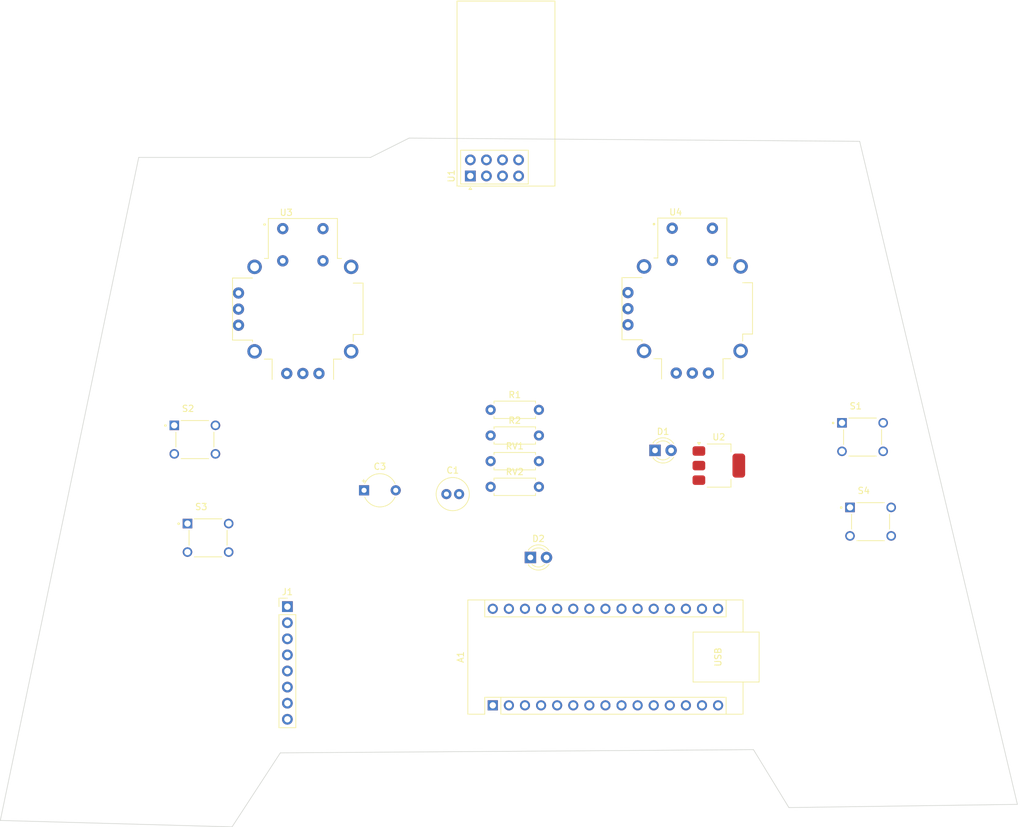
<source format=kicad_pcb>
(kicad_pcb (version 20240108) (generator "pcbnew") (generator_version "8.0")
  (layers (0 "F.Cu" signal) (31 "B.Cu" signal) (34 "B.Paste" user) (35 "F.Paste" user) (36 "B.SilkS" user "B.Silkscreen") (37 "F.SilkS" user "F.Silkscreen") (38 "B.Mask" user) (39 "F.Mask" user) (44 "Edge.Cuts" user))
  (net 0 "")
  (net 1 "/PB_1")
  (net 4 "/PB_4")
  (net 5 "/PB_2")
  (net 6 "/SCL")
  (net 7 "/POT_2")
  (net 8 "/IRQ")
  (net 9 "/POT_1")
  (net 10 "/H2")
  (net 11 "/SDA")
  (net 12 "/CE")
  (net 13 "GND")
  (net 14 "/JOY_SEL_2")
  (net 17 "+5V")
  (net 18 "/SCK")
  (net 19 "/V2")
  (net 21 "+7.4V")
  (net 22 "/PB_3")
  (net 23 "/MOSI")
  (net 24 "/H1")
  (net 26 "/JOY_SEL_1")
  (net 27 "/MISO")
  (net 28 "/CSN")
  (net 29 "/V1")
  (net 30 "+3V_REGULATOR")
  (net 31 "Net-(D1-A)")
  (net 32 "Net-(D2-A)")
  (footprint "COM_09032:XDCR_COM-09032" (layer "F.Cu") (at 146.812 72.136)
    (property "Reference" "U4" (at -2.625 -15.235 0) (layer "F.SilkS"))
    (property "Value" "COM-09032")
    (fp_line (start -11.1 -4.9) (end -7.95 -4.9) (stroke (width 0.127)) (layer "F.SilkS"))
    (fp_line (start -11.1 4.9) (end -11.1 -4.9) (stroke (width 0.127)) (layer "F.SilkS"))
    (fp_line (start -7.95 4.9) (end -11.1 4.9) (stroke (width 0.127)) (layer "F.SilkS"))
    (fp_line (start -7.95 5.17) (end -7.95 4.9) (stroke (width 0.127)) (layer "F.SilkS"))
    (fp_line (start -6.07 -8) (end -5.45 -8) (stroke (width 0.127)) (layer "F.SilkS"))
    (fp_line (start -5.45 -14.3) (end 5.45 -14.3) (stroke (width 0.127)) (layer "F.SilkS"))
    (fp_line (start -5.45 -8) (end -5.45 -14.3) (stroke (width 0.127)) (layer "F.SilkS"))
    (fp_line (start -4.85 7.9) (end -6.07 7.9) (stroke (width 0.127)) (layer "F.SilkS"))
    (fp_line (start -4.85 11.1) (end -4.85 7.9) (stroke (width 0.127)) (layer "F.SilkS"))
    (fp_line (start 4.85 7.9) (end 4.85 11.1) (stroke (width 0.127)) (layer "F.SilkS"))
    (fp_line (start 5.45 -14.3) (end 5.45 -8) (stroke (width 0.127)) (layer "F.SilkS"))
    (fp_line (start 5.45 -8) (end 6.08 -8) (stroke (width 0.127)) (layer "F.SilkS"))
    (fp_line (start 6.08 7.9) (end 4.85 7.9) (stroke (width 0.127)) (layer "F.SilkS"))
    (fp_line (start 7.95 -4.1) (end 9.5 -4.1) (stroke (width 0.127)) (layer "F.SilkS"))
    (fp_line (start 7.95 4) (end 7.95 5.12) (stroke (width 0.127)) (layer "F.SilkS"))
    (fp_line (start 9.5 -4.1) (end 9.5 4) (stroke (width 0.127)) (layer "F.SilkS"))
    (fp_line (start 9.5 4) (end 7.95 4) (stroke (width 0.127)) (layer "F.SilkS"))
    (fp_circle (center -6.05 -13.35) (end -5.95 -13.35) (stroke (width 0.2)) (fill none) (layer "F.SilkS"))
    (pad "B1A" thru_hole circle (at -3.175 -12.7) (size 1.778 1.778) (drill 0.9) (layers "*.Cu" "*.Mask") (net 14 "/JOY_SEL_2"))
    (pad "B1B" thru_hole circle (at 3.175 -12.7) (size 1.778 1.778) (drill 0.9) (layers "*.Cu" "*.Mask"))
    (pad "B2A" thru_hole circle (at -3.175 -7.62) (size 1.778 1.778) (drill 0.9) (layers "*.Cu" "*.Mask") (net 17 "+5V"))
    (pad "B2B" thru_hole circle (at 3.175 -7.62) (size 1.778 1.778) (drill 0.9) (layers "*.Cu" "*.Mask"))
    (pad "H1" thru_hole circle (at -2.54 10.16) (size 1.778 1.778) (drill 0.889) (layers "*.Cu" "*.Mask") (net 17 "+5V"))
    (pad "H2" thru_hole circle (at 0 10.16) (size 1.778 1.778) (drill 0.889) (layers "*.Cu" "*.Mask") (net 10 "/H2"))
    (pad "H3" thru_hole circle (at 2.54 10.16) (size 1.778 1.778) (drill 0.889) (layers "*.Cu" "*.Mask") (net 13 "GND"))
    (pad "S1" thru_hole circle (at -7.62 -6.6675) (size 2.286 2.286) (drill 1.397) (layers "*.Cu" "*.Mask"))
    (pad "S2" thru_hole circle (at -7.62 6.6675) (size 2.286 2.286) (drill 1.397) (layers "*.Cu" "*.Mask"))
    (pad "S3" thru_hole circle (at 7.62 6.6675) (size 2.286 2.286) (drill 1.397) (layers "*.Cu" "*.Mask"))
    (pad "S4" thru_hole circle (at 7.62 -6.6675) (size 2.286 2.286) (drill 1.397) (layers "*.Cu" "*.Mask"))
    (pad "V1" thru_hole circle (at -10.16 -2.54) (size 1.778 1.778) (drill 0.889) (layers "*.Cu" "*.Mask") (net 17 "+5V"))
    (pad "V2" thru_hole circle (at -10.16 0) (size 1.778 1.778) (drill 0.889) (layers "*.Cu" "*.Mask") (net 19 "/V2"))
    (pad "V3" thru_hole circle (at -10.16 2.54) (size 1.778 1.778) (drill 0.889) (layers "*.Cu" "*.Mask") (net 13 "GND"))
  )
  (footprint "TS02-66-60-BK-160-SCR-D:SW_TS02-66-60-BK-160-SCR-D" (layer "F.Cu") (at 68.3 92.8)
    (property "Reference" "S2" (at -1.079 -4.889 0) (layer "F.SilkS"))
    (property "Value" "TS02-66-60-BK-160-SCR-D")
    (fp_line (start -3 -1.176) (end -3 1.176) (stroke (width 0.127)) (layer "F.SilkS"))
    (fp_line (start -2.176 -3) (end 2.176 -3) (stroke (width 0.127)) (layer "F.SilkS"))
    (fp_line (start -2.176 3) (end 2.176 3) (stroke (width 0.127)) (layer "F.SilkS"))
    (fp_line (start 3 -1.176) (end 3 1.176) (stroke (width 0.127)) (layer "F.SilkS"))
    (fp_circle (center -4.647 -2.226) (end -4.547 -2.226) (stroke (width 0.2)) (fill none) (layer "F.SilkS"))
    (pad "1" thru_hole rect (at -3.25 -2.25) (size 1.508 1.508) (drill 1) (layers "*.Cu" "*.Mask") (net 13 "GND"))
    (pad "2" thru_hole circle (at 3.25 -2.25) (size 1.508 1.508) (drill 1) (layers "*.Cu" "*.Mask") (net 5 "/PB_2"))
    (pad "3" thru_hole circle (at -3.25 2.25) (size 1.508 1.508) (drill 1) (layers "*.Cu" "*.Mask") (net 13 "GND"))
    (pad "4" thru_hole circle (at 3.25 2.25) (size 1.508 1.508) (drill 1) (layers "*.Cu" "*.Mask"))
  )
  (footprint "RF_Module:nRF24L01_Breakout" (layer "F.Cu") (at 111.775 51.1895 90)
    (property "Reference" "U1" (at 0 -3 90) (layer "F.SilkS"))
    (property "Value" "NRF24L01_Breakout")
    (fp_line (start 27.6 -2.1) (end 27.6 13.35) (stroke (width 0.12)) (layer "F.SilkS"))
    (fp_line (start -1.6 -2.1) (end 27.6 -2.1) (stroke (width 0.12)) (layer "F.SilkS"))
    (fp_line (start -1.6 -2.1) (end -1.6 -2.1) (stroke (width 0.12)) (layer "F.SilkS"))
    (fp_line (start 4.064 -1.524) (end 4.064 9.144) (stroke (width 0.12)) (layer "F.SilkS"))
    (fp_line (start -1.27 -1.524) (end 4.064 -1.524) (stroke (width 0.12)) (layer "F.SilkS"))
    (fp_line (start -1.27 -1.524) (end -1.27 -1.524) (stroke (width 0.12)) (layer "F.SilkS"))
    (fp_line (start 4.064 9.144) (end -1.27 9.144) (stroke (width 0.12)) (layer "F.SilkS"))
    (fp_line (start -1.27 9.144) (end -1.27 -1.524) (stroke (width 0.12)) (layer "F.SilkS"))
    (fp_line (start -1.27 9.144) (end -1.27 9.144) (stroke (width 0.12)) (layer "F.SilkS"))
    (fp_line (start 27.6 13.35) (end -1.6 13.35) (stroke (width 0.12)) (layer "F.SilkS"))
    (fp_line (start -1.6 13.35) (end -1.6 -2.1) (stroke (width 0.12)) (layer "F.SilkS"))
    (fp_poly (pts (xy -1.8 0) (xy -2.136 0.24) (xy -2.136 -0.24) (xy -1.8 0)) (stroke (width 0.12)) (fill solid) (layer "F.SilkS"))
    (pad "1" thru_hole rect (at 0 0 90) (size 1.7 1.7) (drill 1) (layers "*.Cu" "*.Mask") (net 13 "GND"))
    (pad "2" thru_hole circle (at 2.54 0 90) (size 1.7 1.7) (drill 1) (layers "*.Cu" "*.Mask") (net 30 "+3V_REGULATOR"))
    (pad "3" thru_hole circle (at 0 2.54 90) (size 1.7 1.7) (drill 1) (layers "*.Cu" "*.Mask") (net 12 "/CE"))
    (pad "4" thru_hole circle (at 2.54 2.54 90) (size 1.7 1.7) (drill 1) (layers "*.Cu" "*.Mask") (net 28 "/CSN"))
    (pad "5" thru_hole circle (at 0 5.08 90) (size 1.7 1.7) (drill 1) (layers "*.Cu" "*.Mask") (net 18 "/SCK"))
    (pad "6" thru_hole circle (at 2.54 5.08 90) (size 1.7 1.7) (drill 1) (layers "*.Cu" "*.Mask") (net 23 "/MOSI"))
    (pad "7" thru_hole circle (at 0 7.62 90) (size 1.7 1.7) (drill 1) (layers "*.Cu" "*.Mask") (net 27 "/MISO"))
    (pad "8" thru_hole circle (at 2.54 7.62 90) (size 1.7 1.7) (drill 1) (layers "*.Cu" "*.Mask") (net 8 "/IRQ"))
  )
  (footprint "Capacitor_THT:C_Radial_D5.0mm_H11.0mm_P2.00mm" (layer "F.Cu") (at 108 101.4)
    (property "Reference" "C1" (at 1 -3.75 0) (layer "F.SilkS"))
    (property "Value" "10uF")
    (fp_circle (center 1 0) (end 3.62 0) (stroke (width 0.12)) (fill none) (layer "F.SilkS"))
    (pad "1" thru_hole circle (at 0 0) (size 1.6 1.6) (drill 0.8) (layers "*.Cu" "*.Mask") (net 30 "+3V_REGULATOR"))
    (pad "2" thru_hole circle (at 2 0) (size 1.6 1.6) (drill 0.8) (layers "*.Cu" "*.Mask") (net 13 "GND"))
  )
  (footprint "TS02-66-60-BK-160-SCR-D:SW_TS02-66-60-BK-160-SCR-D" (layer "F.Cu") (at 70.384 108.3)
    (property "Reference" "S3" (at -1.079 -4.889 0) (layer "F.SilkS"))
    (property "Value" "TS02-66-60-BK-160-SCR-D")
    (fp_line (start -3 -1.176) (end -3 1.176) (stroke (width 0.127)) (layer "F.SilkS"))
    (fp_line (start -2.176 -3) (end 2.176 -3) (stroke (width 0.127)) (layer "F.SilkS"))
    (fp_line (start -2.176 3) (end 2.176 3) (stroke (width 0.127)) (layer "F.SilkS"))
    (fp_line (start 3 -1.176) (end 3 1.176) (stroke (width 0.127)) (layer "F.SilkS"))
    (fp_circle (center -4.647 -2.226) (end -4.547 -2.226) (stroke (width 0.2)) (fill none) (layer "F.SilkS"))
    (pad "1" thru_hole rect (at -3.25 -2.25) (size 1.508 1.508) (drill 1) (layers "*.Cu" "*.Mask") (net 13 "GND"))
    (pad "2" thru_hole circle (at 3.25 -2.25) (size 1.508 1.508) (drill 1) (layers "*.Cu" "*.Mask") (net 22 "/PB_3"))
    (pad "3" thru_hole circle (at -3.25 2.25) (size 1.508 1.508) (drill 1) (layers "*.Cu" "*.Mask") (net 13 "GND"))
    (pad "4" thru_hole circle (at 3.25 2.25) (size 1.508 1.508) (drill 1) (layers "*.Cu" "*.Mask"))
  )
  (footprint "Resistor_THT:R_Axial_DIN0207_L6.3mm_D2.5mm_P7.62mm_Horizontal" (layer "F.Cu") (at 114.98 96.2)
    (property "Reference" "RV1" (at 3.81 -2.37 0) (layer "F.SilkS"))
    (property "Value" "10K")
    (fp_line (start 0.54 -1.37) (end 7.08 -1.37) (stroke (width 0.12)) (layer "F.SilkS"))
    (fp_line (start 0.54 -1.04) (end 0.54 -1.37) (stroke (width 0.12)) (layer "F.SilkS"))
    (fp_line (start 0.54 1.04) (end 0.54 1.37) (stroke (width 0.12)) (layer "F.SilkS"))
    (fp_line (start 0.54 1.37) (end 7.08 1.37) (stroke (width 0.12)) (layer "F.SilkS"))
    (fp_line (start 7.08 -1.37) (end 7.08 -1.04) (stroke (width 0.12)) (layer "F.SilkS"))
    (fp_line (start 7.08 1.37) (end 7.08 1.04) (stroke (width 0.12)) (layer "F.SilkS"))
    (pad "1" thru_hole circle (at 0 0) (size 1.6 1.6) (drill 0.8) (layers "*.Cu" "*.Mask") (net 17 "+5V"))
    (pad "2" thru_hole oval (at 7.62 0) (size 1.6 1.6) (drill 0.8) (layers "*.Cu" "*.Mask") (net 9 "/POT_1"))
  )
  (footprint "TS02-66-60-BK-160-SCR-D:SW_TS02-66-60-BK-160-SCR-D" (layer "F.Cu") (at 174.95 105.75)
    (property "Reference" "S4" (at -1.079 -4.889 0) (layer "F.SilkS"))
    (property "Value" "TS02-66-60-BK-160-SCR-D")
    (fp_line (start -3 -1.176) (end -3 1.176) (stroke (width 0.127)) (layer "F.SilkS"))
    (fp_line (start -2.176 -3) (end 2.176 -3) (stroke (width 0.127)) (layer "F.SilkS"))
    (fp_line (start -2.176 3) (end 2.176 3) (stroke (width 0.127)) (layer "F.SilkS"))
    (fp_line (start 3 -1.176) (end 3 1.176) (stroke (width 0.127)) (layer "F.SilkS"))
    (fp_circle (center -4.647 -2.226) (end -4.547 -2.226) (stroke (width 0.2)) (fill none) (layer "F.SilkS"))
    (pad "1" thru_hole rect (at -3.25 -2.25) (size 1.508 1.508) (drill 1) (layers "*.Cu" "*.Mask") (net 13 "GND"))
    (pad "2" thru_hole circle (at 3.25 -2.25) (size 1.508 1.508) (drill 1) (layers "*.Cu" "*.Mask") (net 4 "/PB_4"))
    (pad "3" thru_hole circle (at -3.25 2.25) (size 1.508 1.508) (drill 1) (layers "*.Cu" "*.Mask") (net 13 "GND"))
    (pad "4" thru_hole circle (at 3.25 2.25) (size 1.508 1.508) (drill 1) (layers "*.Cu" "*.Mask"))
  )
  (footprint "Capacitor_THT:CP_Radial_Tantal_D5.0mm_P5.00mm" (layer "F.Cu") (at 95 100.8)
    (property "Reference" "C3" (at 2.5 -3.75 0) (layer "F.SilkS"))
    (property "Value" "22uF")
    (fp_line (start -0.304775 -1.475) (end 0.195225 -1.475) (stroke (width 0.12)) (layer "F.SilkS"))
    (fp_line (start -0.054775 -1.725) (end -0.054775 -1.225) (stroke (width 0.12)) (layer "F.SilkS"))
    (fp_arc (start 0.104003 -1.06) (mid 2.5 -2.62) (end 4.895997 -1.06) (stroke (width 0.12)) (layer "F.SilkS"))
    (fp_arc (start 4.895997 1.06) (mid 2.5 2.62) (end 0.104003 1.06) (stroke (width 0.12)) (layer "F.SilkS"))
    (pad "1" thru_hole rect (at 0 0) (size 1.6 1.6) (drill 0.8) (layers "*.Cu" "*.Mask") (net 30 "+3V_REGULATOR"))
    (pad "2" thru_hole circle (at 5 0) (size 1.6 1.6) (drill 0.8) (layers "*.Cu" "*.Mask") (net 13 "GND"))
  )
  (footprint "Connector_PinHeader_2.54mm:PinHeader_1x08_P2.54mm_Vertical" (layer "F.Cu") (at 82.9 119.16)
    (property "Reference" "J1" (at 0 -2.33 0) (layer "F.SilkS"))
    (property "Value" "MPU6050")
    (fp_line (start -1.33 -1.33) (end 0 -1.33) (stroke (width 0.12)) (layer "F.SilkS"))
    (fp_line (start -1.33 0) (end -1.33 -1.33) (stroke (width 0.12)) (layer "F.SilkS"))
    (fp_line (start -1.33 1.27) (end -1.33 19.11) (stroke (width 0.12)) (layer "F.SilkS"))
    (fp_line (start -1.33 1.27) (end 1.33 1.27) (stroke (width 0.12)) (layer "F.SilkS"))
    (fp_line (start -1.33 19.11) (end 1.33 19.11) (stroke (width 0.12)) (layer "F.SilkS"))
    (fp_line (start 1.33 1.27) (end 1.33 19.11) (stroke (width 0.12)) (layer "F.SilkS"))
    (pad "1" thru_hole rect (at 0 0) (size 1.7 1.7) (drill 1) (layers "*.Cu" "*.Mask") (net 17 "+5V"))
    (pad "2" thru_hole oval (at 0 2.54) (size 1.7 1.7) (drill 1) (layers "*.Cu" "*.Mask") (net 13 "GND"))
    (pad "3" thru_hole oval (at 0 5.08) (size 1.7 1.7) (drill 1) (layers "*.Cu" "*.Mask") (net 6 "/SCL"))
    (pad "4" thru_hole oval (at 0 7.62) (size 1.7 1.7) (drill 1) (layers "*.Cu" "*.Mask") (net 11 "/SDA"))
    (pad "5" thru_hole oval (at 0 10.16) (size 1.7 1.7) (drill 1) (layers "*.Cu" "*.Mask"))
    (pad "6" thru_hole oval (at 0 12.7) (size 1.7 1.7) (drill 1) (layers "*.Cu" "*.Mask"))
    (pad "7" thru_hole oval (at 0 15.24) (size 1.7 1.7) (drill 1) (layers "*.Cu" "*.Mask"))
    (pad "8" thru_hole oval (at 0 17.78) (size 1.7 1.7) (drill 1) (layers "*.Cu" "*.Mask"))
  )
  (footprint "Resistor_THT:R_Axial_DIN0207_L6.3mm_D2.5mm_P7.62mm_Horizontal" (layer "F.Cu") (at 114.98 88.1)
    (property "Reference" "R1" (at 3.81 -2.37 0) (layer "F.SilkS"))
    (property "Value" "130")
    (fp_line (start 0.54 -1.37) (end 7.08 -1.37) (stroke (width 0.12)) (layer "F.SilkS"))
    (fp_line (start 0.54 -1.04) (end 0.54 -1.37) (stroke (width 0.12)) (layer "F.SilkS"))
    (fp_line (start 0.54 1.04) (end 0.54 1.37) (stroke (width 0.12)) (layer "F.SilkS"))
    (fp_line (start 0.54 1.37) (end 7.08 1.37) (stroke (width 0.12)) (layer "F.SilkS"))
    (fp_line (start 7.08 -1.37) (end 7.08 -1.04) (stroke (width 0.12)) (layer "F.SilkS"))
    (fp_line (start 7.08 1.37) (end 7.08 1.04) (stroke (width 0.12)) (layer "F.SilkS"))
    (pad "1" thru_hole circle (at 0 0) (size 1.6 1.6) (drill 0.8) (layers "*.Cu" "*.Mask") (net 30 "+3V_REGULATOR"))
    (pad "2" thru_hole oval (at 7.62 0) (size 1.6 1.6) (drill 0.8) (layers "*.Cu" "*.Mask") (net 31 "Net-(D1-A)"))
  )
  (footprint "TS02-66-60-BK-160-SCR-D:SW_TS02-66-60-BK-160-SCR-D" (layer "F.Cu") (at 173.684 92.4)
    (property "Reference" "S1" (at -1.079 -4.889 0) (layer "F.SilkS"))
    (property "Value" "TS02-66-60-BK-160-SCR-D")
    (fp_line (start -3 -1.176) (end -3 1.176) (stroke (width 0.127)) (layer "F.SilkS"))
    (fp_line (start -2.176 -3) (end 2.176 -3) (stroke (width 0.127)) (layer "F.SilkS"))
    (fp_line (start -2.176 3) (end 2.176 3) (stroke (width 0.127)) (layer "F.SilkS"))
    (fp_line (start 3 -1.176) (end 3 1.176) (stroke (width 0.127)) (layer "F.SilkS"))
    (fp_circle (center -4.647 -2.226) (end -4.547 -2.226) (stroke (width 0.2)) (fill none) (layer "F.SilkS"))
    (pad "1" thru_hole rect (at -3.25 -2.25) (size 1.508 1.508) (drill 1) (layers "*.Cu" "*.Mask") (net 13 "GND"))
    (pad "2" thru_hole circle (at 3.25 -2.25) (size 1.508 1.508) (drill 1) (layers "*.Cu" "*.Mask") (net 1 "/PB_1"))
    (pad "3" thru_hole circle (at -3.25 2.25) (size 1.508 1.508) (drill 1) (layers "*.Cu" "*.Mask") (net 13 "GND"))
    (pad "4" thru_hole circle (at 3.25 2.25) (size 1.508 1.508) (drill 1) (layers "*.Cu" "*.Mask"))
  )
  (footprint "Resistor_THT:R_Axial_DIN0207_L6.3mm_D2.5mm_P7.62mm_Horizontal" (layer "F.Cu") (at 114.98 92.15)
    (property "Reference" "R2" (at 3.81 -2.37 0) (layer "F.SilkS"))
    (property "Value" "560")
    (fp_line (start 0.54 -1.37) (end 7.08 -1.37) (stroke (width 0.12)) (layer "F.SilkS"))
    (fp_line (start 0.54 -1.04) (end 0.54 -1.37) (stroke (width 0.12)) (layer "F.SilkS"))
    (fp_line (start 0.54 1.04) (end 0.54 1.37) (stroke (width 0.12)) (layer "F.SilkS"))
    (fp_line (start 0.54 1.37) (end 7.08 1.37) (stroke (width 0.12)) (layer "F.SilkS"))
    (fp_line (start 7.08 -1.37) (end 7.08 -1.04) (stroke (width 0.12)) (layer "F.SilkS"))
    (fp_line (start 7.08 1.37) (end 7.08 1.04) (stroke (width 0.12)) (layer "F.SilkS"))
    (pad "1" thru_hole circle (at 0 0) (size 1.6 1.6) (drill 0.8) (layers "*.Cu" "*.Mask") (net 21 "+7.4V"))
    (pad "2" thru_hole oval (at 7.62 0) (size 1.6 1.6) (drill 0.8) (layers "*.Cu" "*.Mask") (net 32 "Net-(D2-A)"))
  )
  (footprint "Package_TO_SOT_SMD:SOT-223-3_TabPin2" (layer "F.Cu") (at 151 96.9)
    (property "Reference" "U2" (at 0 -4.5 0) (layer "F.SilkS"))
    (property "Value" "AMS1117-3.3")
    (fp_line (start -1.85 -3.41) (end 1.91 -3.41) (stroke (width 0.12)) (layer "F.SilkS"))
    (fp_line (start -1.85 3.41) (end 1.91 3.41) (stroke (width 0.12)) (layer "F.SilkS"))
    (fp_line (start 1.91 -3.41) (end 1.91 -2.15) (stroke (width 0.12)) (layer "F.SilkS"))
    (fp_line (start 1.91 3.41) (end 1.91 2.15) (stroke (width 0.12)) (layer "F.SilkS"))
    (fp_poly (pts (xy -3.13 -3.31) (xy -3.37 -3.64) (xy -2.89 -3.64) (xy -3.13 -3.31)) (stroke (width 0.12)) (fill solid) (layer "F.SilkS"))
    (pad "1" smd roundrect (at -3.15 -2.3) (size 2 1.5) (layers "F.Cu" "F.Paste" "F.Mask") (net 13 "GND"))
    (pad "2" smd roundrect (at -3.15 0) (size 2 1.5) (layers "F.Cu" "F.Paste" "F.Mask") (net 30 "+3V_REGULATOR"))
    (pad "2" smd roundrect (at 3.15 0) (size 2 3.8) (layers "F.Cu" "F.Paste" "F.Mask") (net 30 "+3V_REGULATOR"))
    (pad "3" smd roundrect (at -3.15 2.3) (size 2 1.5) (layers "F.Cu" "F.Paste" "F.Mask") (net 21 "+7.4V"))
  )
  (footprint "COM_09032:XDCR_COM-09032" (layer "F.Cu") (at 85.344 72.2)
    (property "Reference" "U3" (at -2.625 -15.235 0) (layer "F.SilkS"))
    (property "Value" "COM-09032")
    (fp_line (start -11.1 -4.9) (end -7.95 -4.9) (stroke (width 0.127)) (layer "F.SilkS"))
    (fp_line (start -11.1 4.9) (end -11.1 -4.9) (stroke (width 0.127)) (layer "F.SilkS"))
    (fp_line (start -7.95 4.9) (end -11.1 4.9) (stroke (width 0.127)) (layer "F.SilkS"))
    (fp_line (start -7.95 5.17) (end -7.95 4.9) (stroke (width 0.127)) (layer "F.SilkS"))
    (fp_line (start -6.07 -8) (end -5.45 -8) (stroke (width 0.127)) (layer "F.SilkS"))
    (fp_line (start -5.45 -14.3) (end 5.45 -14.3) (stroke (width 0.127)) (layer "F.SilkS"))
    (fp_line (start -5.45 -8) (end -5.45 -14.3) (stroke (width 0.127)) (layer "F.SilkS"))
    (fp_line (start -4.85 7.9) (end -6.07 7.9) (stroke (width 0.127)) (layer "F.SilkS"))
    (fp_line (start -4.85 11.1) (end -4.85 7.9) (stroke (width 0.127)) (layer "F.SilkS"))
    (fp_line (start 4.85 7.9) (end 4.85 11.1) (stroke (width 0.127)) (layer "F.SilkS"))
    (fp_line (start 5.45 -14.3) (end 5.45 -8) (stroke (width 0.127)) (layer "F.SilkS"))
    (fp_line (start 5.45 -8) (end 6.08 -8) (stroke (width 0.127)) (layer "F.SilkS"))
    (fp_line (start 6.08 7.9) (end 4.85 7.9) (stroke (width 0.127)) (layer "F.SilkS"))
    (fp_line (start 7.95 -4.1) (end 9.5 -4.1) (stroke (width 0.127)) (layer "F.SilkS"))
    (fp_line (start 7.95 4) (end 7.95 5.12) (stroke (width 0.127)) (layer "F.SilkS"))
    (fp_line (start 9.5 -4.1) (end 9.5 4) (stroke (width 0.127)) (layer "F.SilkS"))
    (fp_line (start 9.5 4) (end 7.95 4) (stroke (width 0.127)) (layer "F.SilkS"))
    (fp_circle (center -6.05 -13.35) (end -5.95 -13.35) (stroke (width 0.2)) (fill none) (layer "F.SilkS"))
    (pad "B1A" thru_hole circle (at -3.175 -12.7) (size 1.778 1.778) (drill 0.9) (layers "*.Cu" "*.Mask") (net 26 "/JOY_SEL_1"))
    (pad "B1B" thru_hole circle (at 3.175 -12.7) (size 1.778 1.778) (drill 0.9) (layers "*.Cu" "*.Mask"))
    (pad "B2A" thru_hole circle (at -3.175 -7.62) (size 1.778 1.778) (drill 0.9) (layers "*.Cu" "*.Mask") (net 17 "+5V"))
    (pad "B2B" thru_hole circle (at 3.175 -7.62) (size 1.778 1.778) (drill 0.9) (layers "*.Cu" "*.Mask"))
    (pad "H1" thru_hole circle (at -2.54 10.16) (size 1.778 1.778) (drill 0.889) (layers "*.Cu" "*.Mask") (net 17 "+5V"))
    (pad "H2" thru_hole circle (at 0 10.16) (size 1.778 1.778) (drill 0.889) (layers "*.Cu" "*.Mask") (net 24 "/H1"))
    (pad "H3" thru_hole circle (at 2.54 10.16) (size 1.778 1.778) (drill 0.889) (layers "*.Cu" "*.Mask") (net 13 "GND"))
    (pad "S1" thru_hole circle (at -7.62 -6.6675) (size 2.286 2.286) (drill 1.397) (layers "*.Cu" "*.Mask"))
    (pad "S2" thru_hole circle (at -7.62 6.6675) (size 2.286 2.286) (drill 1.397) (layers "*.Cu" "*.Mask"))
    (pad "S3" thru_hole circle (at 7.62 6.6675) (size 2.286 2.286) (drill 1.397) (layers "*.Cu" "*.Mask"))
    (pad "S4" thru_hole circle (at 7.62 -6.6675) (size 2.286 2.286) (drill 1.397) (layers "*.Cu" "*.Mask"))
    (pad "V1" thru_hole circle (at -10.16 -2.54) (size 1.778 1.778) (drill 0.889) (layers "*.Cu" "*.Mask") (net 17 "+5V"))
    (pad "V2" thru_hole circle (at -10.16 0) (size 1.778 1.778) (drill 0.889) (layers "*.Cu" "*.Mask") (net 29 "/V1"))
    (pad "V3" thru_hole circle (at -10.16 2.54) (size 1.778 1.778) (drill 0.889) (layers "*.Cu" "*.Mask") (net 13 "GND"))
  )
  (footprint "LED_THT:LED_D3.0mm_Clear" (layer "F.Cu") (at 121.26 111.4)
    (property "Reference" "D2" (at 1.27 -2.96 0) (layer "F.SilkS"))
    (property "Value" "LED")
    (fp_line (start -0.29 -1.236) (end -0.29 -1.08) (stroke (width 0.12)) (layer "F.SilkS"))
    (fp_line (start -0.29 1.08) (end -0.29 1.236) (stroke (width 0.12)) (layer "F.SilkS"))
    (fp_arc (start -0.29 -1.235516) (mid 1.366487 -1.987659) (end 2.942335 -1.078608) (stroke (width 0.12)) (layer "F.SilkS"))
    (fp_arc (start 0.229039 -1.08) (mid 1.270117 -1.5) (end 2.31113 -1.079837) (stroke (width 0.12)) (layer "F.SilkS"))
    (fp_arc (start 2.31113 1.079837) (mid 1.270117 1.5) (end 0.229039 1.08) (stroke (width 0.12)) (layer "F.SilkS"))
    (fp_arc (start 2.942335 1.078608) (mid 1.366487 1.987659) (end -0.29 1.235516) (stroke (width 0.12)) (layer "F.SilkS"))
    (pad "1" thru_hole rect (at 0 0) (size 1.8 1.8) (drill 0.9) (layers "*.Cu" "*.Mask") (net 13 "GND"))
    (pad "2" thru_hole circle (at 2.54 0) (size 1.8 1.8) (drill 0.9) (layers "*.Cu" "*.Mask") (net 32 "Net-(D2-A)"))
  )
  (footprint "LED_THT:LED_D3.0mm_Clear" (layer "F.Cu") (at 140.925 94.5)
    (property "Reference" "D1" (at 1.27 -2.96 0) (layer "F.SilkS"))
    (property "Value" "LED")
    (fp_line (start -0.29 -1.236) (end -0.29 -1.08) (stroke (width 0.12)) (layer "F.SilkS"))
    (fp_line (start -0.29 1.08) (end -0.29 1.236) (stroke (width 0.12)) (layer "F.SilkS"))
    (fp_arc (start -0.29 -1.235516) (mid 1.366487 -1.987659) (end 2.942335 -1.078608) (stroke (width 0.12)) (layer "F.SilkS"))
    (fp_arc (start 0.229039 -1.08) (mid 1.270117 -1.5) (end 2.31113 -1.079837) (stroke (width 0.12)) (layer "F.SilkS"))
    (fp_arc (start 2.31113 1.079837) (mid 1.270117 1.5) (end 0.229039 1.08) (stroke (width 0.12)) (layer "F.SilkS"))
    (fp_arc (start 2.942335 1.078608) (mid 1.366487 1.987659) (end -0.29 1.235516) (stroke (width 0.12)) (layer "F.SilkS"))
    (pad "1" thru_hole rect (at 0 0) (size 1.8 1.8) (drill 0.9) (layers "*.Cu" "*.Mask") (net 13 "GND"))
    (pad "2" thru_hole circle (at 2.54 0) (size 1.8 1.8) (drill 0.9) (layers "*.Cu" "*.Mask") (net 31 "Net-(D1-A)"))
  )
  (footprint "Module:Arduino_Nano" (layer "F.Cu") (at 115.32 134.74 90)
    (property "Reference" "A1" (at 7.62 -5.08 90) (layer "F.SilkS"))
    (property "Value" "Arduino_Nano_v3.x")
    (fp_line (start 16.64 -3.94) (end -1.4 -3.94) (stroke (width 0.12)) (layer "F.SilkS"))
    (fp_line (start -1.4 -3.94) (end -1.4 -1.27) (stroke (width 0.12)) (layer "F.SilkS"))
    (fp_line (start 13.97 -1.27) (end 16.64 -1.27) (stroke (width 0.12)) (layer "F.SilkS"))
    (fp_line (start 13.97 -1.27) (end 13.97 36.83) (stroke (width 0.12)) (layer "F.SilkS"))
    (fp_line (start 1.27 -1.27) (end -1.4 -1.27) (stroke (width 0.12)) (layer "F.SilkS"))
    (fp_line (start 1.27 1.27) (end 1.27 -1.27) (stroke (width 0.12)) (layer "F.SilkS"))
    (fp_line (start 1.27 1.27) (end -1.4 1.27) (stroke (width 0.12)) (layer "F.SilkS"))
    (fp_line (start 1.27 1.27) (end 1.27 36.83) (stroke (width 0.12)) (layer "F.SilkS"))
    (fp_line (start -1.4 1.27) (end -1.4 39.5) (stroke (width 0.12)) (layer "F.SilkS"))
    (fp_line (start 11.56 31.62) (end 11.56 42.04) (stroke (width 0.12)) (layer "F.SilkS"))
    (fp_line (start 3.68 31.62) (end 11.56 31.62) (stroke (width 0.12)) (layer "F.SilkS"))
    (fp_line (start 13.97 36.83) (end 16.64 36.83) (stroke (width 0.12)) (layer "F.SilkS"))
    (fp_line (start 1.27 36.83) (end -1.4 36.83) (stroke (width 0.12)) (layer "F.SilkS"))
    (fp_line (start 16.64 39.5) (end 16.64 -3.94) (stroke (width 0.12)) (layer "F.SilkS"))
    (fp_line (start 16.64 39.5) (end 11.56 39.5) (stroke (width 0.12)) (layer "F.SilkS"))
    (fp_line (start -1.4 39.5) (end 3.68 39.5) (stroke (width 0.12)) (layer "F.SilkS"))
    (fp_line (start 11.56 42.04) (end 3.68 42.04) (stroke (width 0.12)) (layer "F.SilkS"))
    (fp_line (start 3.68 42.04) (end 3.68 31.62) (stroke (width 0.12)) (layer "F.SilkS"))
    (fp_text user "USB" (at 7.62 35.56 90) (layer "F.SilkS"))
    (pad "1" thru_hole rect (at 0 0 90) (size 1.6 1.6) (drill 1) (layers "*.Cu" "*.Mask"))
    (pad "2" thru_hole oval (at 0 2.54 90) (size 1.6 1.6) (drill 1) (layers "*.Cu" "*.Mask"))
    (pad "3" thru_hole oval (at 0 5.08 90) (size 1.6 1.6) (drill 1) (layers "*.Cu" "*.Mask"))
    (pad "4" thru_hole oval (at 0 7.62 90) (size 1.6 1.6) (drill 1) (layers "*.Cu" "*.Mask") (net 13 "GND"))
    (pad "5" thru_hole oval (at 0 10.16 90) (size 1.6 1.6) (drill 1) (layers "*.Cu" "*.Mask") (net 26 "/JOY_SEL_1"))
    (pad "6" thru_hole oval (at 0 12.7 90) (size 1.6 1.6) (drill 1) (layers "*.Cu" "*.Mask") (net 14 "/JOY_SEL_2"))
    (pad "7" thru_hole oval (at 0 15.24 90) (size 1.6 1.6) (drill 1) (layers "*.Cu" "*.Mask") (net 8 "/IRQ"))
    (pad "8" thru_hole oval (at 0 17.78 90) (size 1.6 1.6) (drill 1) (layers "*.Cu" "*.Mask") (net 1 "/PB_1"))
    (pad "9" thru_hole oval (at 0 20.32 90) (size 1.6 1.6) (drill 1) (layers "*.Cu" "*.Mask") (net 5 "/PB_2"))
    (pad "10" thru_hole oval (at 0 22.86 90) (size 1.6 1.6) (drill 1) (layers "*.Cu" "*.Mask") (net 22 "/PB_3"))
    (pad "11" thru_hole oval (at 0 25.4 90) (size 1.6 1.6) (drill 1) (layers "*.Cu" "*.Mask") (net 4 "/PB_4"))
    (pad "12" thru_hole oval (at 0 27.94 90) (size 1.6 1.6) (drill 1) (layers "*.Cu" "*.Mask") (net 12 "/CE"))
    (pad "13" thru_hole oval (at 0 30.48 90) (size 1.6 1.6) (drill 1) (layers "*.Cu" "*.Mask") (net 28 "/CSN"))
    (pad "14" thru_hole oval (at 0 33.02 90) (size 1.6 1.6) (drill 1) (layers "*.Cu" "*.Mask") (net 23 "/MOSI"))
    (pad "15" thru_hole oval (at 0 35.56 90) (size 1.6 1.6) (drill 1) (layers "*.Cu" "*.Mask") (net 27 "/MISO"))
    (pad "16" thru_hole oval (at 15.24 35.56 90) (size 1.6 1.6) (drill 1) (layers "*.Cu" "*.Mask") (net 18 "/SCK"))
    (pad "17" thru_hole oval (at 15.24 33.02 90) (size 1.6 1.6) (drill 1) (layers "*.Cu" "*.Mask"))
    (pad "18" thru_hole oval (at 15.24 30.48 90) (size 1.6 1.6) (drill 1) (layers "*.Cu" "*.Mask"))
    (pad "19" thru_hole oval (at 15.24 27.94 90) (size 1.6 1.6) (drill 1) (layers "*.Cu" "*.Mask") (net 29 "/V1"))
    (pad "20" thru_hole oval (at 15.24 25.4 90) (size 1.6 1.6) (drill 1) (layers "*.Cu" "*.Mask") (net 24 "/H1"))
    (pad "21" thru_hole oval (at 15.24 22.86 90) (size 1.6 1.6) (drill 1) (layers "*.Cu" "*.Mask") (net 19 "/V2"))
    (pad "22" thru_hole oval (at 15.24 20.32 90) (size 1.6 1.6) (drill 1) (layers "*.Cu" "*.Mask") (net 10 "/H2"))
    (pad "23" thru_hole oval (at 15.24 17.78 90) (size 1.6 1.6) (drill 1) (layers "*.Cu" "*.Mask") (net 11 "/SDA"))
    (pad "24" thru_hole oval (at 15.24 15.24 90) (size 1.6 1.6) (drill 1) (layers "*.Cu" "*.Mask") (net 6 "/SCL"))
    (pad "25" thru_hole oval (at 15.24 12.7 90) (size 1.6 1.6) (drill 1) (layers "*.Cu" "*.Mask") (net 9 "/POT_1"))
    (pad "26" thru_hole oval (at 15.24 10.16 90) (size 1.6 1.6) (drill 1) (layers "*.Cu" "*.Mask") (net 7 "/POT_2"))
    (pad "27" thru_hole oval (at 15.24 7.62 90) (size 1.6 1.6) (drill 1) (layers "*.Cu" "*.Mask") (net 17 "+5V"))
    (pad "28" thru_hole oval (at 15.24 5.08 90) (size 1.6 1.6) (drill 1) (layers "*.Cu" "*.Mask"))
    (pad "29" thru_hole oval (at 15.24 2.54 90) (size 1.6 1.6) (drill 1) (layers "*.Cu" "*.Mask") (net 13 "GND"))
    (pad "30" thru_hole oval (at 15.24 0 90) (size 1.6 1.6) (drill 1) (layers "*.Cu" "*.Mask") (net 21 "+7.4V"))
  )
  (footprint "Resistor_THT:R_Axial_DIN0207_L6.3mm_D2.5mm_P7.62mm_Horizontal" (layer "F.Cu") (at 114.98 100.25)
    (property "Reference" "RV2" (at 3.81 -2.37 0) (layer "F.SilkS"))
    (property "Value" "10K")
    (fp_line (start 0.54 -1.37) (end 7.08 -1.37) (stroke (width 0.12)) (layer "F.SilkS"))
    (fp_line (start 0.54 -1.04) (end 0.54 -1.37) (stroke (width 0.12)) (layer "F.SilkS"))
    (fp_line (start 0.54 1.04) (end 0.54 1.37) (stroke (width 0.12)) (layer "F.SilkS"))
    (fp_line (start 0.54 1.37) (end 7.08 1.37) (stroke (width 0.12)) (layer "F.SilkS"))
    (fp_line (start 7.08 -1.37) (end 7.08 -1.04) (stroke (width 0.12)) (layer "F.SilkS"))
    (fp_line (start 7.08 1.37) (end 7.08 1.04) (stroke (width 0.12)) (layer "F.SilkS"))
    (pad "1" thru_hole circle (at 0 0) (size 1.6 1.6) (drill 0.8) (layers "*.Cu" "*.Mask") (net 17 "+5V"))
    (pad "2" thru_hole oval (at 7.62 0) (size 1.6 1.6) (drill 0.8) (layers "*.Cu" "*.Mask") (net 7 "/POT_2"))
  )
  (gr_line (start 162.052 150.876) (end 198.12 150.368) (stroke (width 0.1)) (layer "Edge.Cuts"))
  (gr_line (start 81.788 142.24) (end 156.464 141.732) (stroke (width 0.1)) (layer "Edge.Cuts"))
  (gr_line (start 156.464 141.732) (end 162.052 150.876) (stroke (width 0.1)) (layer "Edge.Cuts"))
  (gr_line (start 173.228 45.72) (end 102.108 45.212) (stroke (width 0.1)) (layer "Edge.Cuts"))
  (gr_line (start 96.012 48.26) (end 59.436 48.26) (stroke (width 0.1)) (layer "Edge.Cuts"))
  (gr_line (start 74.168 153.924) (end 81.788 142.24) (stroke (width 0.1)) (layer "Edge.Cuts"))
  (gr_line (start 102.108 45.212) (end 96.012 48.26) (stroke (width 0.1)) (layer "Edge.Cuts"))
  (gr_line (start 198.12 150.368) (end 173.228 45.72) (stroke (width 0.1)) (layer "Edge.Cuts"))
  (gr_line (start 37.592 152.908) (end 74.168 153.924) (stroke (width 0.1)) (layer "Edge.Cuts"))
  (gr_line (start 59.436 48.26) (end 37.592 152.908) (stroke (width 0.1)) (layer "Edge.Cuts"))
)
</source>
